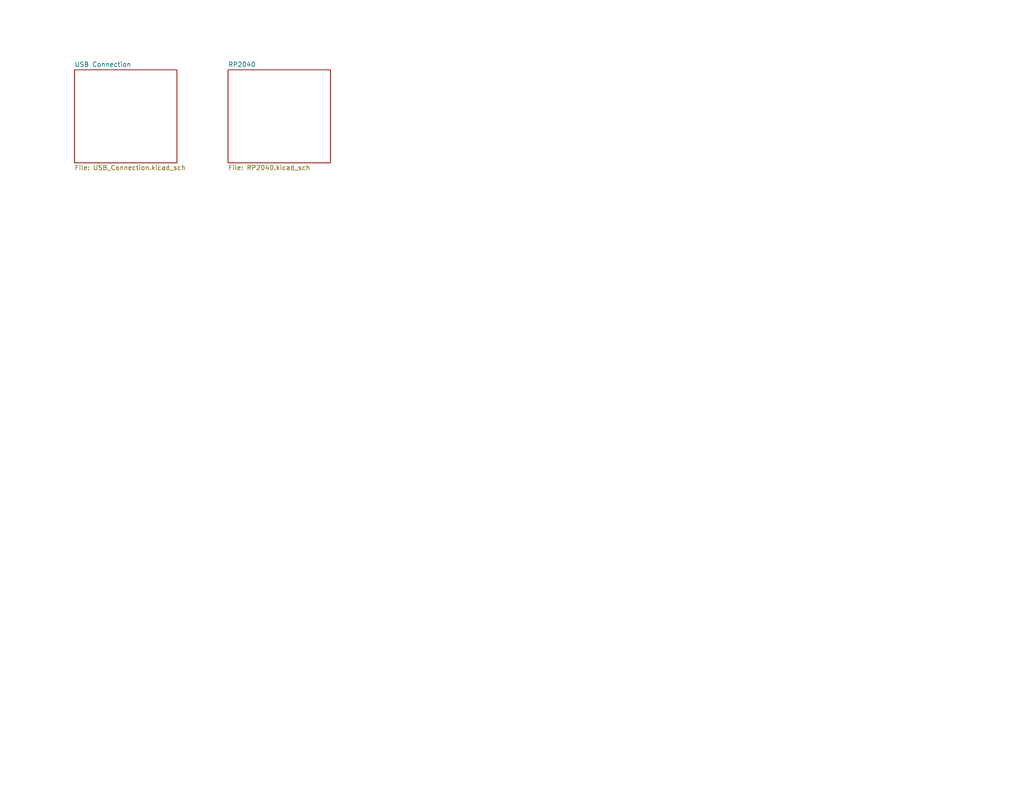
<source format=kicad_sch>
(kicad_sch (version 20211123) (generator eeschema)

  (uuid 47d22e24-7c7f-4617-a22e-884660a7a8ff)

  (paper "A")

  (title_block
    (title "RX-2040")
    (date "2022-04-23")
    (rev "1")
  )

  (lib_symbols
  )


  (sheet (at 62.23 19.05) (size 27.94 25.4) (fields_autoplaced)
    (stroke (width 0.1524) (type solid) (color 0 0 0 0))
    (fill (color 0 0 0 0.0000))
    (uuid afa772fb-7fd2-4232-9e8d-a3749d2dbaf4)
    (property "Sheet name" "RP2040" (id 0) (at 62.23 18.3384 0)
      (effects (font (size 1.27 1.27)) (justify left bottom))
    )
    (property "Sheet file" "RP2040.kicad_sch" (id 1) (at 62.23 45.0346 0)
      (effects (font (size 1.27 1.27)) (justify left top))
    )
  )

  (sheet (at 20.32 19.05) (size 27.94 25.4) (fields_autoplaced)
    (stroke (width 0.1524) (type solid) (color 0 0 0 0))
    (fill (color 0 0 0 0.0000))
    (uuid c0ca9718-585d-4493-a202-1fc77247060b)
    (property "Sheet name" "USB Connection" (id 0) (at 20.32 18.3384 0)
      (effects (font (size 1.27 1.27)) (justify left bottom))
    )
    (property "Sheet file" "USB_Connection.kicad_sch" (id 1) (at 20.32 45.0346 0)
      (effects (font (size 1.27 1.27)) (justify left top))
    )
  )

  (sheet_instances
    (path "/" (page "1"))
    (path "/c0ca9718-585d-4493-a202-1fc77247060b" (page "2"))
    (path "/afa772fb-7fd2-4232-9e8d-a3749d2dbaf4" (page "3"))
  )

  (symbol_instances
    (path "/c0ca9718-585d-4493-a202-1fc77247060b/3340d1fd-6b29-4607-bb73-7877ca54f093"
      (reference "#FLG01") (unit 1) (value "PWR_FLAG") (footprint "")
    )
    (path "/c0ca9718-585d-4493-a202-1fc77247060b/4d5871d1-970a-492c-b8bb-13c6911f50b0"
      (reference "#PWR01") (unit 1) (value "GND") (footprint "")
    )
    (path "/c0ca9718-585d-4493-a202-1fc77247060b/1de25e35-67cf-4503-a33e-a5c5fd06d5c8"
      (reference "#PWR02") (unit 1) (value "GND") (footprint "")
    )
    (path "/c0ca9718-585d-4493-a202-1fc77247060b/a6aa25fd-20b3-4cb7-b51e-cd7466f7f152"
      (reference "#PWR03") (unit 1) (value "GND") (footprint "")
    )
    (path "/c0ca9718-585d-4493-a202-1fc77247060b/068b2ab8-f452-44a4-b841-1e0c5df34a41"
      (reference "#PWR04") (unit 1) (value "VBUS") (footprint "")
    )
    (path "/c0ca9718-585d-4493-a202-1fc77247060b/189a1890-064a-483e-b565-8f18c8f0fd0b"
      (reference "#PWR05") (unit 1) (value "GND") (footprint "")
    )
    (path "/c0ca9718-585d-4493-a202-1fc77247060b/3ca2c3fd-436a-42d4-97c8-e93dfe5ef379"
      (reference "#PWR06") (unit 1) (value "GND") (footprint "")
    )
    (path "/c0ca9718-585d-4493-a202-1fc77247060b/f82161cc-68e6-48e2-b0e7-d59078ff75fb"
      (reference "#PWR07") (unit 1) (value "GND") (footprint "")
    )
    (path "/c0ca9718-585d-4493-a202-1fc77247060b/12aa08e9-0c5e-4abf-bd88-2fc12c7ed390"
      (reference "#PWR08") (unit 1) (value "+3.3V") (footprint "")
    )
    (path "/afa772fb-7fd2-4232-9e8d-a3749d2dbaf4/9aec86eb-c59d-452d-aa57-e29c77fc43ed"
      (reference "#PWR09") (unit 1) (value "+3.3V") (footprint "")
    )
    (path "/afa772fb-7fd2-4232-9e8d-a3749d2dbaf4/77212904-1de2-4de4-a1d0-a255a02a435b"
      (reference "#PWR010") (unit 1) (value "GND") (footprint "")
    )
    (path "/afa772fb-7fd2-4232-9e8d-a3749d2dbaf4/023112a6-edd2-4504-8385-bbb6ac929b46"
      (reference "#PWR011") (unit 1) (value "GND") (footprint "")
    )
    (path "/afa772fb-7fd2-4232-9e8d-a3749d2dbaf4/32d30e14-2724-4ac2-94ef-449786c69d9c"
      (reference "#PWR012") (unit 1) (value "GND") (footprint "")
    )
    (path "/afa772fb-7fd2-4232-9e8d-a3749d2dbaf4/f150940a-cacc-42de-9139-bfaa06d8f730"
      (reference "#PWR013") (unit 1) (value "+1V1") (footprint "")
    )
    (path "/afa772fb-7fd2-4232-9e8d-a3749d2dbaf4/a6fe336b-c673-41cc-83ee-d977a1134d3a"
      (reference "#PWR014") (unit 1) (value "GND") (footprint "")
    )
    (path "/c0ca9718-585d-4493-a202-1fc77247060b/94800449-5d9d-4845-8c34-d5bf4768ffa4"
      (reference "C1") (unit 1) (value "10μf") (footprint "Capacitor_SMD:C_1210_3225Metric_Pad1.33x2.70mm_HandSolder")
    )
    (path "/c0ca9718-585d-4493-a202-1fc77247060b/5f0b501d-84aa-4175-b99f-ccf15638aee2"
      (reference "C2") (unit 1) (value "10μf") (footprint "Capacitor_SMD:C_1210_3225Metric_Pad1.33x2.70mm_HandSolder")
    )
    (path "/afa772fb-7fd2-4232-9e8d-a3749d2dbaf4/5dd62b10-1ec4-4bdc-8cd8-053c5e7a9464"
      (reference "C3") (unit 1) (value "100nf") (footprint "Capacitor_SMD:C_1210_3225Metric_Pad1.33x2.70mm_HandSolder")
    )
    (path "/afa772fb-7fd2-4232-9e8d-a3749d2dbaf4/a760ff82-969c-4ac0-b869-968cec3da480"
      (reference "C4") (unit 1) (value "10μf") (footprint "Capacitor_SMD:C_1210_3225Metric_Pad1.33x2.70mm_HandSolder")
    )
    (path "/afa772fb-7fd2-4232-9e8d-a3749d2dbaf4/c8277f67-1a59-4df4-9a2b-2469956f772b"
      (reference "C5") (unit 1) (value "100nf") (footprint "Capacitor_SMD:C_1210_3225Metric_Pad1.33x2.70mm_HandSolder")
    )
    (path "/afa772fb-7fd2-4232-9e8d-a3749d2dbaf4/b4a5f77a-fcbb-4d8f-99ed-6f1203c72ab5"
      (reference "C6") (unit 1) (value "100nf") (footprint "Capacitor_SMD:C_1210_3225Metric_Pad1.33x2.70mm_HandSolder")
    )
    (path "/afa772fb-7fd2-4232-9e8d-a3749d2dbaf4/6204df50-95fd-4e27-b669-7101ebd63451"
      (reference "C7") (unit 1) (value "100nf") (footprint "Capacitor_SMD:C_1210_3225Metric_Pad1.33x2.70mm_HandSolder")
    )
    (path "/afa772fb-7fd2-4232-9e8d-a3749d2dbaf4/28f3cd88-67f8-4aaa-8a49-e7d4ab44bb0c"
      (reference "C8") (unit 1) (value "100nf") (footprint "Capacitor_SMD:C_1210_3225Metric_Pad1.33x2.70mm_HandSolder")
    )
    (path "/afa772fb-7fd2-4232-9e8d-a3749d2dbaf4/059b77b6-fb56-4157-a55a-246f1185605b"
      (reference "C9") (unit 1) (value "100nf") (footprint "Capacitor_SMD:C_1210_3225Metric_Pad1.33x2.70mm_HandSolder")
    )
    (path "/afa772fb-7fd2-4232-9e8d-a3749d2dbaf4/d5c4f669-5583-4274-8775-5c6981da8827"
      (reference "C10") (unit 1) (value "100nf") (footprint "Capacitor_SMD:C_1210_3225Metric_Pad1.33x2.70mm_HandSolder")
    )
    (path "/afa772fb-7fd2-4232-9e8d-a3749d2dbaf4/f2f0e51b-96fe-447c-9b2b-d61e55c5c5f8"
      (reference "C11") (unit 1) (value "1μf") (footprint "Capacitor_SMD:C_1210_3225Metric_Pad1.33x2.70mm_HandSolder")
    )
    (path "/afa772fb-7fd2-4232-9e8d-a3749d2dbaf4/e94c0a3c-3377-470e-8c0d-3b0186437ed1"
      (reference "C12") (unit 1) (value "100nf") (footprint "Capacitor_SMD:C_1210_3225Metric_Pad1.33x2.70mm_HandSolder")
    )
    (path "/afa772fb-7fd2-4232-9e8d-a3749d2dbaf4/68aa267d-9473-4c9f-82ff-991715b9d088"
      (reference "C13") (unit 1) (value "100nf") (footprint "Capacitor_SMD:C_1210_3225Metric_Pad1.33x2.70mm_HandSolder")
    )
    (path "/c0ca9718-585d-4493-a202-1fc77247060b/923535a8-42fe-4cb5-8e84-24f966b6c950"
      (reference "J1") (unit 1) (value "UJ31-CH-31-SMT-TR") (footprint "UJ31-CH-31-SMT-TR:CUI_UJ31-CH-31-SMT-TR")
    )
    (path "/c0ca9718-585d-4493-a202-1fc77247060b/25b37791-a0ec-4ac8-a9fb-b18cfe94c406"
      (reference "R1") (unit 1) (value "5.1k") (footprint "Resistor_SMD:R_1210_3225Metric_Pad1.30x2.65mm_HandSolder")
    )
    (path "/c0ca9718-585d-4493-a202-1fc77247060b/d5b3cd05-b8b0-499f-8401-1942df3a5524"
      (reference "R2") (unit 1) (value "5.1k") (footprint "Resistor_SMD:R_1210_3225Metric_Pad1.30x2.65mm_HandSolder")
    )
    (path "/afa772fb-7fd2-4232-9e8d-a3749d2dbaf4/fccf0d23-4456-4135-9dbc-d8278fc6d2ed"
      (reference "R3") (unit 1) (value "27.4") (footprint "Resistor_SMD:R_1210_3225Metric_Pad1.30x2.65mm_HandSolder")
    )
    (path "/afa772fb-7fd2-4232-9e8d-a3749d2dbaf4/6253a750-3d0e-42f0-8f45-5d714e51561f"
      (reference "R4") (unit 1) (value "27.4") (footprint "Resistor_SMD:R_1210_3225Metric_Pad1.30x2.65mm_HandSolder")
    )
    (path "/c0ca9718-585d-4493-a202-1fc77247060b/8892b984-f6f0-4c25-92fb-ab1b9d2b3b62"
      (reference "U1") (unit 1) (value "NCP1117-3.3_SOT223") (footprint "Package_TO_SOT_SMD:SOT-223-3_TabPin2")
    )
    (path "/afa772fb-7fd2-4232-9e8d-a3749d2dbaf4/e8e63356-6e82-4166-84a7-22a448086344"
      (reference "U2") (unit 1) (value "RP2040") (footprint "RP2040:RP2040")
    )
  )
)

</source>
